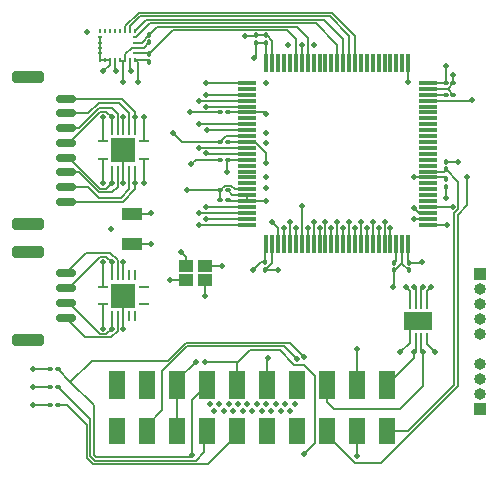
<source format=gbr>
%TF.GenerationSoftware,KiCad,Pcbnew,7.0.6*%
%TF.CreationDate,2023-09-15T14:04:58+02:00*%
%TF.ProjectId,V8,56382e6b-6963-4616-945f-706362585858,rev?*%
%TF.SameCoordinates,Original*%
%TF.FileFunction,Copper,L1,Top*%
%TF.FilePolarity,Positive*%
%FSLAX46Y46*%
G04 Gerber Fmt 4.6, Leading zero omitted, Abs format (unit mm)*
G04 Created by KiCad (PCBNEW 7.0.6) date 2023-09-15 14:04:58*
%MOMM*%
%LPD*%
G01*
G04 APERTURE LIST*
G04 Aperture macros list*
%AMRoundRect*
0 Rectangle with rounded corners*
0 $1 Rounding radius*
0 $2 $3 $4 $5 $6 $7 $8 $9 X,Y pos of 4 corners*
0 Add a 4 corners polygon primitive as box body*
4,1,4,$2,$3,$4,$5,$6,$7,$8,$9,$2,$3,0*
0 Add four circle primitives for the rounded corners*
1,1,$1+$1,$2,$3*
1,1,$1+$1,$4,$5*
1,1,$1+$1,$6,$7*
1,1,$1+$1,$8,$9*
0 Add four rect primitives between the rounded corners*
20,1,$1+$1,$2,$3,$4,$5,0*
20,1,$1+$1,$4,$5,$6,$7,0*
20,1,$1+$1,$6,$7,$8,$9,0*
20,1,$1+$1,$8,$9,$2,$3,0*%
G04 Aperture macros list end*
%TA.AperFunction,ComponentPad*%
%ADD10R,1.000000X1.000000*%
%TD*%
%TA.AperFunction,ComponentPad*%
%ADD11O,1.000000X1.000000*%
%TD*%
%TA.AperFunction,SMDPad,CuDef*%
%ADD12RoundRect,0.100000X0.130000X0.100000X-0.130000X0.100000X-0.130000X-0.100000X0.130000X-0.100000X0*%
%TD*%
%TA.AperFunction,SMDPad,CuDef*%
%ADD13RoundRect,0.100000X0.100000X-0.130000X0.100000X0.130000X-0.100000X0.130000X-0.100000X-0.130000X0*%
%TD*%
%TA.AperFunction,SMDPad,CuDef*%
%ADD14RoundRect,0.100000X-0.100000X0.130000X-0.100000X-0.130000X0.100000X-0.130000X0.100000X0.130000X0*%
%TD*%
%TA.AperFunction,SMDPad,CuDef*%
%ADD15R,0.850000X0.280000*%
%TD*%
%TA.AperFunction,SMDPad,CuDef*%
%ADD16R,0.280000X0.850000*%
%TD*%
%TA.AperFunction,SMDPad,CuDef*%
%ADD17R,2.050000X2.050000*%
%TD*%
%TA.AperFunction,SMDPad,CuDef*%
%ADD18RoundRect,0.100000X-0.130000X-0.100000X0.130000X-0.100000X0.130000X0.100000X-0.130000X0.100000X0*%
%TD*%
%TA.AperFunction,SMDPad,CuDef*%
%ADD19RoundRect,0.075000X-0.725000X-0.075000X0.725000X-0.075000X0.725000X0.075000X-0.725000X0.075000X0*%
%TD*%
%TA.AperFunction,SMDPad,CuDef*%
%ADD20RoundRect,0.075000X-0.075000X-0.725000X0.075000X-0.725000X0.075000X0.725000X-0.075000X0.725000X0*%
%TD*%
%TA.AperFunction,SMDPad,CuDef*%
%ADD21RoundRect,0.150000X-0.700000X0.150000X-0.700000X-0.150000X0.700000X-0.150000X0.700000X0.150000X0*%
%TD*%
%TA.AperFunction,SMDPad,CuDef*%
%ADD22RoundRect,0.250000X-1.100000X0.250000X-1.100000X-0.250000X1.100000X-0.250000X1.100000X0.250000X0*%
%TD*%
%TA.AperFunction,SMDPad,CuDef*%
%ADD23R,1.420010X2.340000*%
%TD*%
%TA.AperFunction,SMDPad,CuDef*%
%ADD24R,1.420010X2.240000*%
%TD*%
%TA.AperFunction,SMDPad,CuDef*%
%ADD25R,1.200000X1.000000*%
%TD*%
%TA.AperFunction,SMDPad,CuDef*%
%ADD26RoundRect,0.062500X-0.062500X0.362500X-0.062500X-0.362500X0.062500X-0.362500X0.062500X0.362500X0*%
%TD*%
%TA.AperFunction,SMDPad,CuDef*%
%ADD27R,2.380000X1.650000*%
%TD*%
%TA.AperFunction,SMDPad,CuDef*%
%ADD28R,1.800000X1.000000*%
%TD*%
%TA.AperFunction,SMDPad,CuDef*%
%ADD29R,0.230000X0.350000*%
%TD*%
%TA.AperFunction,SMDPad,CuDef*%
%ADD30R,0.350000X0.230000*%
%TD*%
%TA.AperFunction,ViaPad*%
%ADD31C,0.500000*%
%TD*%
%TA.AperFunction,Conductor*%
%ADD32C,0.200000*%
%TD*%
G04 APERTURE END LIST*
D10*
%TO.P,J8,1,Pin_1*%
%TO.N,DCap*%
X169300000Y-102590000D03*
D11*
%TO.P,J8,2,Pin_2*%
%TO.N,SWCLK*%
X169300000Y-103860000D03*
%TO.P,J8,3,Pin_3*%
%TO.N,OB GND*%
X169300000Y-105130000D03*
%TO.P,J8,4,Pin_4*%
%TO.N,SWDIO*%
X169300000Y-106400000D03*
%TO.P,J8,5,Pin_5*%
%TO.N,NRST*%
X169300000Y-107670000D03*
%TD*%
D12*
%TO.P,C23,1*%
%TO.N,DCap*%
X147920000Y-96300000D03*
%TO.P,C23,2*%
%TO.N,OB GND*%
X147280000Y-96300000D03*
%TD*%
D13*
%TO.P,C16,1*%
%TO.N,DCap*%
X151200000Y-83020000D03*
%TO.P,C16,2*%
%TO.N,OB GND*%
X151200000Y-82380000D03*
%TD*%
D12*
%TO.P,R15,1*%
%TO.N,OB S2_3v3*%
X133520000Y-112100000D03*
%TO.P,R15,2*%
%TO.N,DCap*%
X132880000Y-112100000D03*
%TD*%
%TO.P,C25,1*%
%TO.N,NRST*%
X147920000Y-92900000D03*
%TO.P,C25,2*%
%TO.N,OB GND*%
X147280000Y-92900000D03*
%TD*%
D14*
%TO.P,R17,1*%
%TO.N,DCap*%
X166400000Y-93080000D03*
%TO.P,R17,2*%
%TO.N,OB SDL*%
X166400000Y-93720000D03*
%TD*%
D15*
%TO.P,U4,1,OA*%
%TO.N,unconnected-(U4-OA-Pad1)*%
X140825000Y-103650000D03*
D16*
%TO.P,U4,2,-INA*%
%TO.N,unconnected-(U4--INA-Pad2)*%
X140100000Y-102675000D03*
%TO.P,U4,3,+INA*%
%TO.N,unconnected-(U4-+INA-Pad3)*%
X139600000Y-102675000D03*
%TO.P,U4,4,V+*%
%TO.N,DCap*%
X139100000Y-102675000D03*
%TO.P,U4,5,+INB*%
%TO.N,6+*%
X138600000Y-102675000D03*
%TO.P,U4,6,-INB*%
%TO.N,6-*%
X138100000Y-102675000D03*
D15*
%TO.P,U4,7,OB*%
%TO.N,OPA6*%
X137375000Y-103650000D03*
%TO.P,U4,8,OC*%
%TO.N,OPA5*%
X137375000Y-105150000D03*
D16*
%TO.P,U4,9,-INC*%
%TO.N,5-*%
X138100000Y-106125000D03*
%TO.P,U4,10,+INC*%
%TO.N,5+*%
X138600000Y-106125000D03*
%TO.P,U4,11,V-*%
%TO.N,OB GND*%
X139100000Y-106125000D03*
%TO.P,U4,12,+IND*%
%TO.N,unconnected-(U4-+IND-Pad12)*%
X139600000Y-106125000D03*
%TO.P,U4,13,-IND*%
%TO.N,unconnected-(U4--IND-Pad13)*%
X140100000Y-106125000D03*
D15*
%TO.P,U4,14,OD*%
%TO.N,unconnected-(U4-OD-Pad14)*%
X140825000Y-105150000D03*
D17*
%TO.P,U4,15,PAD*%
%TO.N,OB GND*%
X139100000Y-104400000D03*
%TD*%
D18*
%TO.P,C28,1*%
%TO.N,Net-(C28-Pad1)*%
X166380000Y-87400000D03*
%TO.P,C28,2*%
%TO.N,OB GND*%
X167020000Y-87400000D03*
%TD*%
D19*
%TO.P,U1,1,PE2*%
%TO.N,SPI SCK*%
X149525000Y-86400000D03*
%TO.P,U1,2,PE3*%
%TO.N,unconnected-(U1-PE3-Pad2)*%
X149525000Y-86900000D03*
%TO.P,U1,3,PE4*%
%TO.N,SPI NSS*%
X149525000Y-87400000D03*
%TO.P,U1,4,PE5*%
%TO.N,SPI MISO*%
X149525000Y-87900000D03*
%TO.P,U1,5,PE6*%
%TO.N,SPI MOSI*%
X149525000Y-88400000D03*
%TO.P,U1,6,VBAT*%
%TO.N,DCap*%
X149525000Y-88900000D03*
%TO.P,U1,7,PC13*%
%TO.N,unconnected-(U1-PC13-Pad7)*%
X149525000Y-89400000D03*
%TO.P,U1,8,PC14*%
%TO.N,OSC32_IN*%
X149525000Y-89900000D03*
%TO.P,U1,9,PC15*%
%TO.N,OSC32_OUT*%
X149525000Y-90400000D03*
%TO.P,U1,10,VSS*%
%TO.N,OB GND*%
X149525000Y-90900000D03*
%TO.P,U1,11,VDD*%
%TO.N,DCap*%
X149525000Y-91400000D03*
%TO.P,U1,12,PH0*%
%TO.N,OSC_IN*%
X149525000Y-91900000D03*
%TO.P,U1,13,PH1*%
%TO.N,OSC_OUT*%
X149525000Y-92400000D03*
%TO.P,U1,14,NRST*%
%TO.N,NRST*%
X149525000Y-92900000D03*
%TO.P,U1,15,PC0*%
%TO.N,unconnected-(U1-PC0-Pad15)*%
X149525000Y-93400000D03*
%TO.P,U1,16,PC1*%
%TO.N,unconnected-(U1-PC1-Pad16)*%
X149525000Y-93900000D03*
%TO.P,U1,17,PC2_C*%
%TO.N,unconnected-(U1-PC2_C-Pad17)*%
X149525000Y-94400000D03*
%TO.P,U1,18,PC3_C*%
%TO.N,unconnected-(U1-PC3_C-Pad18)*%
X149525000Y-94900000D03*
%TO.P,U1,19,VSSA*%
%TO.N,OB GND*%
X149525000Y-95400000D03*
%TO.P,U1,20,VREF+*%
%TO.N,DCap*%
X149525000Y-95900000D03*
%TO.P,U1,21,VDDA*%
X149525000Y-96400000D03*
%TO.P,U1,22,PA0*%
%TO.N,OPA1*%
X149525000Y-96900000D03*
%TO.P,U1,23,PA1*%
%TO.N,OPA2*%
X149525000Y-97400000D03*
%TO.P,U1,24,PA2*%
%TO.N,OPA3*%
X149525000Y-97900000D03*
%TO.P,U1,25,PA3*%
%TO.N,OPA4*%
X149525000Y-98400000D03*
D20*
%TO.P,U1,26,VSS*%
%TO.N,OB GND*%
X151200000Y-100075000D03*
%TO.P,U1,27,VDD*%
%TO.N,DCap*%
X151700000Y-100075000D03*
%TO.P,U1,28,PA4*%
%TO.N,OPA6*%
X152200000Y-100075000D03*
%TO.P,U1,29,PA5*%
%TO.N,OPA5*%
X152700000Y-100075000D03*
%TO.P,U1,30,PA6*%
%TO.N,C01*%
X153200000Y-100075000D03*
%TO.P,U1,31,PA7*%
%TO.N,C03*%
X153700000Y-100075000D03*
%TO.P,U1,32,PC4*%
%TO.N,C05*%
X154200000Y-100075000D03*
%TO.P,U1,33,PC5*%
%TO.N,C07*%
X154700000Y-100075000D03*
%TO.P,U1,34,PB0*%
%TO.N,C09*%
X155200000Y-100075000D03*
%TO.P,U1,35,PB1*%
%TO.N,D09*%
X155700000Y-100075000D03*
%TO.P,U1,36,PB2*%
%TO.N,D07*%
X156200000Y-100075000D03*
%TO.P,U1,37,PE7*%
%TO.N,D05*%
X156700000Y-100075000D03*
%TO.P,U1,38,PE8*%
%TO.N,D03*%
X157200000Y-100075000D03*
%TO.P,U1,39,PE9*%
%TO.N,D01*%
X157700000Y-100075000D03*
%TO.P,U1,40,PE10*%
%TO.N,B08*%
X158200000Y-100075000D03*
%TO.P,U1,41,PE11*%
%TO.N,B06*%
X158700000Y-100075000D03*
%TO.P,U1,42,PE12*%
%TO.N,B04*%
X159200000Y-100075000D03*
%TO.P,U1,43,PE13*%
%TO.N,B02*%
X159700000Y-100075000D03*
%TO.P,U1,44,PE14*%
%TO.N,A02*%
X160200000Y-100075000D03*
%TO.P,U1,45,PE15*%
%TO.N,A04*%
X160700000Y-100075000D03*
%TO.P,U1,46,PB10*%
%TO.N,A06*%
X161200000Y-100075000D03*
%TO.P,U1,47,PB11*%
%TO.N,A08*%
X161700000Y-100075000D03*
%TO.P,U1,48,VCAP*%
%TO.N,Net-(C27-Pad1)*%
X162200000Y-100075000D03*
%TO.P,U1,49,VSS*%
%TO.N,OB GND*%
X162700000Y-100075000D03*
%TO.P,U1,50,VDD*%
%TO.N,DCap*%
X163200000Y-100075000D03*
D19*
%TO.P,U1,51,PB12*%
%TO.N,RS 485 RE*%
X164875000Y-98400000D03*
%TO.P,U1,52,PB13*%
%TO.N,RS 485 DE*%
X164875000Y-97900000D03*
%TO.P,U1,53,PB14*%
%TO.N,USART TX*%
X164875000Y-97400000D03*
%TO.P,U1,54,PB15*%
%TO.N,USART RX*%
X164875000Y-96900000D03*
%TO.P,U1,55,PD8*%
%TO.N,unconnected-(U1-PD8-Pad55)*%
X164875000Y-96400000D03*
%TO.P,U1,56,PD9*%
%TO.N,unconnected-(U1-PD9-Pad56)*%
X164875000Y-95900000D03*
%TO.P,U1,57,PD10*%
%TO.N,unconnected-(U1-PD10-Pad57)*%
X164875000Y-95400000D03*
%TO.P,U1,58,PD11*%
%TO.N,unconnected-(U1-PD11-Pad58)*%
X164875000Y-94900000D03*
%TO.P,U1,59,PD12*%
%TO.N,OB SCK*%
X164875000Y-94400000D03*
%TO.P,U1,60,PD13*%
%TO.N,OB SDL*%
X164875000Y-93900000D03*
%TO.P,U1,61,PD14*%
%TO.N,unconnected-(U1-PD14-Pad61)*%
X164875000Y-93400000D03*
%TO.P,U1,62,PD15*%
%TO.N,unconnected-(U1-PD15-Pad62)*%
X164875000Y-92900000D03*
%TO.P,U1,63,PC6*%
%TO.N,unconnected-(U1-PC6-Pad63)*%
X164875000Y-92400000D03*
%TO.P,U1,64,PC7*%
%TO.N,unconnected-(U1-PC7-Pad64)*%
X164875000Y-91900000D03*
%TO.P,U1,65,PC8*%
%TO.N,unconnected-(U1-PC8-Pad65)*%
X164875000Y-91400000D03*
%TO.P,U1,66,PC9*%
%TO.N,unconnected-(U1-PC9-Pad66)*%
X164875000Y-90900000D03*
%TO.P,U1,67,PA8*%
%TO.N,OBS PPS*%
X164875000Y-90400000D03*
%TO.P,U1,68,PA9*%
%TO.N,unconnected-(U1-PA9-Pad68)*%
X164875000Y-89900000D03*
%TO.P,U1,69,PA10*%
%TO.N,unconnected-(U1-PA10-Pad69)*%
X164875000Y-89400000D03*
%TO.P,U1,70,PA11*%
%TO.N,unconnected-(U1-PA11-Pad70)*%
X164875000Y-88900000D03*
%TO.P,U1,71,PA12*%
%TO.N,unconnected-(U1-PA12-Pad71)*%
X164875000Y-88400000D03*
%TO.P,U1,72,PA13(JTMS*%
%TO.N,SWDIO*%
X164875000Y-87900000D03*
%TO.P,U1,73,VCAP*%
%TO.N,Net-(C28-Pad1)*%
X164875000Y-87400000D03*
%TO.P,U1,74,VSS*%
%TO.N,OB GND*%
X164875000Y-86900000D03*
%TO.P,U1,75,VDD*%
%TO.N,DCap*%
X164875000Y-86400000D03*
D20*
%TO.P,U1,76,PA14(JTCK*%
%TO.N,SWCLK*%
X163200000Y-84725000D03*
%TO.P,U1,77,PA15(JTDI)*%
%TO.N,unconnected-(U1-PA15(JTDI)-Pad77)*%
X162700000Y-84725000D03*
%TO.P,U1,78,PC10*%
%TO.N,unconnected-(U1-PC10-Pad78)*%
X162200000Y-84725000D03*
%TO.P,U1,79,PC11*%
%TO.N,unconnected-(U1-PC11-Pad79)*%
X161700000Y-84725000D03*
%TO.P,U1,80,PC12*%
%TO.N,unconnected-(U1-PC12-Pad80)*%
X161200000Y-84725000D03*
%TO.P,U1,81,PD0*%
%TO.N,unconnected-(U1-PD0-Pad81)*%
X160700000Y-84725000D03*
%TO.P,U1,82,PD1*%
%TO.N,unconnected-(U1-PD1-Pad82)*%
X160200000Y-84725000D03*
%TO.P,U1,83,PD2*%
%TO.N,unconnected-(U1-PD2-Pad83)*%
X159700000Y-84725000D03*
%TO.P,U1,84,PD3*%
%TO.N,unconnected-(U1-PD3-Pad84)*%
X159200000Y-84725000D03*
%TO.P,U1,85,PD4*%
%TO.N,CSM*%
X158700000Y-84725000D03*
%TO.P,U1,86,PD5*%
%TO.N,CSAG*%
X158200000Y-84725000D03*
%TO.P,U1,87,PD6*%
%TO.N,SAOM*%
X157700000Y-84725000D03*
%TO.P,U1,88,PD7*%
%TO.N,SAOG*%
X157200000Y-84725000D03*
%TO.P,U1,89,PB3(JTDO*%
%TO.N,unconnected-(U1-PB3(JTDO-Pad89)*%
X156700000Y-84725000D03*
%TO.P,U1,90,PB4(NJTRST)*%
%TO.N,unconnected-(U1-PB4(NJTRST)-Pad90)*%
X156200000Y-84725000D03*
%TO.P,U1,91,PB5*%
%TO.N,unconnected-(U1-PB5-Pad91)*%
X155700000Y-84725000D03*
%TO.P,U1,92,PB6*%
%TO.N,unconnected-(U1-PB6-Pad92)*%
X155200000Y-84725000D03*
%TO.P,U1,93,PB7*%
%TO.N,SDA*%
X154700000Y-84725000D03*
%TO.P,U1,94,BOOT0*%
%TO.N,BOOT*%
X154200000Y-84725000D03*
%TO.P,U1,95,PB8*%
%TO.N,SCL*%
X153700000Y-84725000D03*
%TO.P,U1,96,PB9*%
%TO.N,unconnected-(U1-PB9-Pad96)*%
X153200000Y-84725000D03*
%TO.P,U1,97,PE0*%
%TO.N,unconnected-(U1-PE0-Pad97)*%
X152700000Y-84725000D03*
%TO.P,U1,98,PE1*%
%TO.N,unconnected-(U1-PE1-Pad98)*%
X152200000Y-84725000D03*
%TO.P,U1,99,VSS*%
%TO.N,OB GND*%
X151700000Y-84725000D03*
%TO.P,U1,100,VDD*%
%TO.N,DCap*%
X151200000Y-84725000D03*
%TD*%
D18*
%TO.P,R14,1*%
%TO.N,DCap*%
X132880000Y-113700000D03*
%TO.P,R14,2*%
%TO.N,OB S1_3v3*%
X133520000Y-113700000D03*
%TD*%
%TO.P,C21,1*%
%TO.N,DCap*%
X166380000Y-86400000D03*
%TO.P,C21,2*%
%TO.N,OB GND*%
X167020000Y-86400000D03*
%TD*%
D21*
%TO.P,J4,1,Pin_1*%
%TO.N,6+*%
X134200000Y-102525000D03*
%TO.P,J4,2,Pin_2*%
%TO.N,6-*%
X134200000Y-103775000D03*
%TO.P,J4,3,Pin_3*%
%TO.N,5-*%
X134200000Y-105025000D03*
%TO.P,J4,4,Pin_4*%
%TO.N,5+*%
X134200000Y-106275000D03*
D22*
%TO.P,J4,MP,MountPin*%
%TO.N,unconnected-(J4-MountPin-PadMP)*%
X131000000Y-100675000D03*
X131000000Y-108125000D03*
%TD*%
D12*
%TO.P,C17,1*%
%TO.N,DCap*%
X147920000Y-88900000D03*
%TO.P,C17,2*%
%TO.N,OB GND*%
X147280000Y-88900000D03*
%TD*%
D10*
%TO.P,J2,1,Pin_1*%
%TO.N,DCap*%
X169300000Y-114000000D03*
D11*
%TO.P,J2,2,Pin_2*%
%TO.N,OB GND*%
X169300000Y-112730000D03*
%TO.P,J2,3,Pin_3*%
%TO.N,USART TX*%
X169300000Y-111460000D03*
%TO.P,J2,4,Pin_4*%
%TO.N,USART RX*%
X169300000Y-110190000D03*
%TD*%
D13*
%TO.P,C19,1*%
%TO.N,DCap*%
X151100000Y-102220000D03*
%TO.P,C19,2*%
%TO.N,OB GND*%
X151100000Y-101580000D03*
%TD*%
D23*
%TO.P,J5,1,Pin_1*%
%TO.N,OB SDA*%
X161420000Y-111970000D03*
%TO.P,J5,2,Pin_2*%
%TO.N,OB GND*%
X158880000Y-111970000D03*
%TO.P,J5,3,Pin_3*%
%TO.N,OB SDB*%
X156340000Y-111970000D03*
%TO.P,J5,4,Pin_4*%
%TO.N,unconnected-(J5-Pin_4-Pad4)*%
X153800000Y-111970000D03*
%TO.P,J5,5,Pin_5*%
%TO.N,OB VBat*%
X151260000Y-111970000D03*
%TO.P,J5,6,Pin_6*%
%TO.N,OB 5v*%
X148720000Y-111970000D03*
%TO.P,J5,7,Pin_7*%
%TO.N,OB 3v3*%
X146180000Y-111970000D03*
%TO.P,J5,8,Pin_8*%
%TO.N,OB GND*%
X143640000Y-111970000D03*
%TO.P,J5,9,Pin_9*%
%TO.N,unconnected-(J5-Pin_9-Pad9)*%
X141100000Y-111970000D03*
%TO.P,J5,10,Pin_10*%
%TO.N,unconnected-(J5-Pin_10-Pad10)*%
X138560000Y-111970000D03*
D24*
%TO.P,J5,11,Pin_11*%
%TO.N,OB SDL*%
X161420000Y-115831000D03*
%TO.P,J5,12,Pin_12*%
%TO.N,OB GND*%
X158880000Y-115831000D03*
%TO.P,J5,13,Pin_13*%
%TO.N,OB SCK*%
X156340000Y-115831000D03*
%TO.P,J5,14,Pin_14*%
%TO.N,OB S1_5v*%
X153800000Y-115831000D03*
%TO.P,J5,15,Pin_15*%
%TO.N,OB S2_5v*%
X151260000Y-115831000D03*
%TO.P,J5,16,Pin_16*%
%TO.N,OB S1_3v3*%
X148720000Y-115831000D03*
%TO.P,J5,17,Pin_17*%
%TO.N,OB S2_3v3*%
X146180000Y-115831000D03*
%TO.P,J5,18,Pin_18*%
%TO.N,OB GND*%
X143640000Y-115831000D03*
%TO.P,J5,19,Pin_19*%
%TO.N,OB PPS*%
X141100000Y-115831000D03*
%TO.P,J5,20,Pin_20*%
%TO.N,unconnected-(J5-Pin_20-Pad20)*%
X138560000Y-115831000D03*
%TD*%
D12*
%TO.P,C24,1*%
%TO.N,DCap*%
X147920000Y-95500000D03*
%TO.P,C24,2*%
%TO.N,OB GND*%
X147280000Y-95500000D03*
%TD*%
D13*
%TO.P,R19,1*%
%TO.N,DCap*%
X141300000Y-82965000D03*
%TO.P,R19,2*%
%TO.N,SDA*%
X141300000Y-82325000D03*
%TD*%
D12*
%TO.P,C18,1*%
%TO.N,DCap*%
X147920000Y-91400000D03*
%TO.P,C18,2*%
%TO.N,OB GND*%
X147280000Y-91400000D03*
%TD*%
D25*
%TO.P,Y1,1,1*%
%TO.N,OSC_IN*%
X144400000Y-103100000D03*
%TO.P,Y1,2,2*%
%TO.N,OB GND*%
X146000000Y-103100000D03*
%TO.P,Y1,3,3*%
%TO.N,OSC_OUT*%
X146000000Y-101900000D03*
%TO.P,Y1,4,4*%
%TO.N,OB GND*%
X144400000Y-101900000D03*
%TD*%
D14*
%TO.P,C20,1*%
%TO.N,DCap*%
X163250000Y-101635000D03*
%TO.P,C20,2*%
%TO.N,OB GND*%
X163250000Y-102275000D03*
%TD*%
D26*
%TO.P,U5,1,RO*%
%TO.N,USART RX*%
X164825000Y-105080000D03*
%TO.P,U5,2,~{RE}*%
%TO.N,RS 485 RE*%
X164325000Y-105080000D03*
%TO.P,U5,3,DE*%
%TO.N,RS 485 DE*%
X163825000Y-105080000D03*
%TO.P,U5,4,DI*%
%TO.N,USART TX*%
X163325000Y-105080000D03*
%TO.P,U5,5,GND*%
%TO.N,OB GND*%
X163325000Y-107980000D03*
%TO.P,U5,6,A*%
%TO.N,OB SDA*%
X163825000Y-107980000D03*
%TO.P,U5,7,B*%
%TO.N,OB SDB*%
X164325000Y-107980000D03*
%TO.P,U5,8,VCC*%
%TO.N,DCap*%
X164825000Y-107980000D03*
D27*
%TO.P,U5,9,GND*%
%TO.N,OB GND*%
X164075000Y-106530000D03*
%TD*%
D15*
%TO.P,U3,1,OA*%
%TO.N,OPA1*%
X140825000Y-91350000D03*
D16*
%TO.P,U3,2,-INA*%
%TO.N,1-*%
X140100000Y-90375000D03*
%TO.P,U3,3,+INA*%
%TO.N,1+*%
X139600000Y-90375000D03*
%TO.P,U3,4,V+*%
%TO.N,DCap*%
X139100000Y-90375000D03*
%TO.P,U3,5,+INB*%
%TO.N,2+*%
X138600000Y-90375000D03*
%TO.P,U3,6,-INB*%
%TO.N,2-*%
X138100000Y-90375000D03*
D15*
%TO.P,U3,7,OB*%
%TO.N,OPA2*%
X137375000Y-91350000D03*
%TO.P,U3,8,OC*%
%TO.N,OPA3*%
X137375000Y-92850000D03*
D16*
%TO.P,U3,9,-INC*%
%TO.N,3-*%
X138100000Y-93825000D03*
%TO.P,U3,10,+INC*%
%TO.N,3+*%
X138600000Y-93825000D03*
%TO.P,U3,11,V-*%
%TO.N,OB GND*%
X139100000Y-93825000D03*
%TO.P,U3,12,+IND*%
%TO.N,4+*%
X139600000Y-93825000D03*
%TO.P,U3,13,-IND*%
%TO.N,4-*%
X140100000Y-93825000D03*
D15*
%TO.P,U3,14,OD*%
%TO.N,OPA4*%
X140825000Y-92850000D03*
D17*
%TO.P,U3,15,PAD*%
%TO.N,OB GND*%
X139100000Y-92100000D03*
%TD*%
D13*
%TO.P,C22,1*%
%TO.N,DCap*%
X150300000Y-83020000D03*
%TO.P,C22,2*%
%TO.N,OB GND*%
X150300000Y-82380000D03*
%TD*%
D21*
%TO.P,J3,1,Pin_1*%
%TO.N,1-*%
X134200000Y-87725000D03*
%TO.P,J3,2,Pin_2*%
%TO.N,1+*%
X134200000Y-88975000D03*
%TO.P,J3,3,Pin_3*%
%TO.N,2+*%
X134200000Y-90225000D03*
%TO.P,J3,4,Pin_4*%
%TO.N,2-*%
X134200000Y-91475000D03*
%TO.P,J3,5,Pin_5*%
%TO.N,3-*%
X134200000Y-92725000D03*
%TO.P,J3,6,Pin_6*%
%TO.N,3+*%
X134200000Y-93975000D03*
%TO.P,J3,7,Pin_7*%
%TO.N,4+*%
X134200000Y-95225000D03*
%TO.P,J3,8,Pin_8*%
%TO.N,4-*%
X134200000Y-96475000D03*
D22*
%TO.P,J3,MP,MountPin*%
%TO.N,unconnected-(J3-MountPin-PadMP)*%
X131000000Y-85875000D03*
X131000000Y-98325000D03*
%TD*%
D28*
%TO.P,Y2,1,1*%
%TO.N,OSC32_IN*%
X139797500Y-97500000D03*
%TO.P,Y2,2,2*%
%TO.N,OSC32_OUT*%
X139797500Y-100000000D03*
%TD*%
D13*
%TO.P,R20,1*%
%TO.N,DCap*%
X141300000Y-84590000D03*
%TO.P,R20,2*%
%TO.N,SCL*%
X141300000Y-83950000D03*
%TD*%
D29*
%TO.P,U2,1,VDDIO*%
%TO.N,DCap*%
X140105000Y-84415000D03*
D30*
%TO.P,U2,2,SCL/SPC*%
%TO.N,SCL*%
X140075000Y-83835000D03*
%TO.P,U2,3,VDDIO*%
%TO.N,DCap*%
X140075000Y-83405000D03*
%TO.P,U2,4,SDA/SDI/SDO*%
%TO.N,SDA*%
X140075000Y-82975000D03*
%TO.P,U2,5,SDO_A/G*%
%TO.N,SAOG*%
X140075000Y-82545000D03*
D29*
%TO.P,U2,6,SDO_M*%
%TO.N,SAOM*%
X140105000Y-81965000D03*
%TO.P,U2,7,CS_A/G*%
%TO.N,CSAG*%
X139675000Y-81965000D03*
%TO.P,U2,8,CS_M*%
%TO.N,CSM*%
X139245000Y-81965000D03*
%TO.P,U2,9,DRDY_M*%
%TO.N,unconnected-(U2-DRDY_M-Pad9)*%
X138815000Y-81965000D03*
%TO.P,U2,10,INT_M*%
%TO.N,unconnected-(U2-INT_M-Pad10)*%
X138385000Y-81965000D03*
%TO.P,U2,11,INT1_A/G*%
%TO.N,unconnected-(U2-INT1_A{slash}G-Pad11)*%
X137955000Y-81965000D03*
%TO.P,U2,12,INT2_A/G*%
%TO.N,unconnected-(U2-INT2_A{slash}G-Pad12)*%
X137525000Y-81965000D03*
%TO.P,U2,13,DEN_A/G*%
%TO.N,unconnected-(U2-DEN_A{slash}G-Pad13)*%
X137095000Y-81965000D03*
D30*
%TO.P,U2,14,RES*%
%TO.N,OB GND*%
X137125000Y-82545000D03*
%TO.P,U2,15,RES*%
X137125000Y-82975000D03*
%TO.P,U2,16,RES*%
X137125000Y-83405000D03*
%TO.P,U2,17,RES*%
X137125000Y-83835000D03*
D29*
%TO.P,U2,18,RES*%
X137095000Y-84415000D03*
%TO.P,U2,19,GND*%
X137525000Y-84415000D03*
%TO.P,U2,20,GND*%
X137955000Y-84415000D03*
%TO.P,U2,21,CAP*%
%TO.N,Net-(U2-CAP)*%
X138385000Y-84415000D03*
%TO.P,U2,22,VDD*%
%TO.N,DCap*%
X138815000Y-84415000D03*
%TO.P,U2,23,VDD*%
X139245000Y-84415000D03*
%TO.P,U2,24,C1*%
%TO.N,Net-(U2-C1)*%
X139675000Y-84415000D03*
%TD*%
D12*
%TO.P,R13,1*%
%TO.N,OB 3v3*%
X133520000Y-110600000D03*
%TO.P,R13,2*%
%TO.N,DCap*%
X132880000Y-110600000D03*
%TD*%
D14*
%TO.P,C27,1*%
%TO.N,Net-(C27-Pad1)*%
X162000000Y-101635000D03*
%TO.P,C27,2*%
%TO.N,OB GND*%
X162000000Y-102275000D03*
%TD*%
D13*
%TO.P,R16,1*%
%TO.N,DCap*%
X166400000Y-95200000D03*
%TO.P,R16,2*%
%TO.N,OB SCK*%
X166400000Y-94560000D03*
%TD*%
D31*
%TO.N,OB VBat*%
X151300000Y-109700000D03*
%TO.N,OPA1*%
X140800000Y-89300000D03*
X146100000Y-96900000D03*
%TO.N,1-*%
X140100000Y-89300000D03*
%TO.N,2-*%
X138100000Y-89300000D03*
%TO.N,OPA2*%
X145500000Y-97414069D03*
X137400000Y-89300000D03*
%TO.N,3-*%
X138100000Y-94900000D03*
%TO.N,OPA3*%
X146100000Y-97900000D03*
X137400000Y-94900000D03*
%TO.N,OPA4*%
X145500000Y-98400000D03*
X140800000Y-94900000D03*
%TO.N,4-*%
X140100000Y-94900000D03*
%TO.N,OPA5*%
X137400000Y-107200000D03*
X152700000Y-98700000D03*
%TO.N,5-*%
X138100000Y-107200000D03*
%TO.N,OPA6*%
X137400000Y-101600000D03*
X151650000Y-98150000D03*
%TO.N,6-*%
X138100000Y-101600000D03*
%TO.N,OB GND*%
X161900000Y-103700000D03*
X139100000Y-107200000D03*
X137400000Y-85400000D03*
X158880000Y-118000000D03*
X149400000Y-82400000D03*
X153050000Y-83200000D03*
X139100000Y-94900000D03*
X158900000Y-108900000D03*
X162550000Y-109180000D03*
X167020000Y-85700000D03*
X150100000Y-102200000D03*
X144500000Y-95500000D03*
X145200000Y-110005566D03*
X146000000Y-104400000D03*
X144000000Y-100700500D03*
X144750000Y-88900000D03*
X151150000Y-90600000D03*
X151150000Y-86425000D03*
X144800000Y-93300000D03*
X138052500Y-98750000D03*
X143300000Y-90650000D03*
%TO.N,Net-(U2-C1)*%
X139700000Y-85400000D03*
%TO.N,OSC_IN*%
X145500000Y-91900000D03*
X143000000Y-103100000D03*
%TO.N,OSC_OUT*%
X147400000Y-101900000D03*
X146100000Y-92349500D03*
%TO.N,OSC32_IN*%
X141452500Y-97450000D03*
X145500000Y-89900000D03*
%TO.N,Net-(U2-CAP)*%
X138437209Y-85408567D03*
%TO.N,OSC32_OUT*%
X146150500Y-90400000D03*
X141452500Y-100050000D03*
%TO.N,NRST*%
X147900000Y-93900000D03*
%TO.N,SPI NSS*%
X151150000Y-95300000D03*
X146100000Y-87400000D03*
%TO.N,SPI MOSI*%
X146100000Y-88400000D03*
%TO.N,SPI SCK*%
X146100000Y-86400000D03*
X151150000Y-91491144D03*
%TO.N,SPI MISO*%
X145500000Y-87900000D03*
%TO.N,OB SDA*%
X163725000Y-109180000D03*
%TO.N,OB SDB*%
X164425000Y-109180000D03*
%TO.N,OB SCK*%
X163700000Y-94400000D03*
X168200000Y-94400000D03*
%TO.N,OB PPS*%
X153600000Y-113600000D03*
X153750000Y-109800000D03*
%TO.N,USART RX*%
X165125000Y-103680000D03*
X167000000Y-96900000D03*
%TO.N,RS 485 RE*%
X164425000Y-103680000D03*
X166500000Y-98400000D03*
%TO.N,RS 485 DE*%
X163700000Y-97900000D03*
X163725000Y-103680000D03*
%TO.N,USART TX*%
X163700000Y-96950000D03*
X163025000Y-103680000D03*
%TO.N,DCap*%
X139100000Y-89300000D03*
X165500000Y-109180000D03*
X131400000Y-110600000D03*
X151150000Y-94350000D03*
X155250000Y-83200000D03*
X150150000Y-84250000D03*
X139100000Y-101600000D03*
X164400000Y-101600000D03*
X139050000Y-86350000D03*
X151150000Y-89000000D03*
X136000000Y-82100000D03*
X131400000Y-113700000D03*
X166400000Y-85000000D03*
X140299383Y-86350000D03*
X151142845Y-93157155D03*
X152200000Y-102250000D03*
X151150000Y-96400000D03*
X166400000Y-96150000D03*
X131400000Y-112100000D03*
X167450000Y-93100000D03*
%TO.N,OB 3v3*%
X154375354Y-109574647D03*
X144900000Y-117900000D03*
%TO.N,A02*%
X153200000Y-114200000D03*
X160200000Y-98200000D03*
%TO.N,A04*%
X160700000Y-98700000D03*
X152400000Y-114200000D03*
%TO.N,A06*%
X151600000Y-114200000D03*
X161200000Y-98200000D03*
%TO.N,A08*%
X150800000Y-114200000D03*
X161700000Y-98700000D03*
%TO.N,B02*%
X152800000Y-113600000D03*
X159700000Y-98700000D03*
%TO.N,B04*%
X152000000Y-113600000D03*
X159200000Y-98200000D03*
%TO.N,B06*%
X151200000Y-113600000D03*
X158700000Y-98700000D03*
%TO.N,B08*%
X150400000Y-113600000D03*
X158200000Y-98200000D03*
%TO.N,C01*%
X150000000Y-114200000D03*
X153200000Y-98200000D03*
%TO.N,C03*%
X153700000Y-98700000D03*
X149200000Y-114200000D03*
%TO.N,C05*%
X148400000Y-114200000D03*
X154200000Y-96800000D03*
%TO.N,C07*%
X147600000Y-114200000D03*
X154700000Y-98700000D03*
%TO.N,C09*%
X155200000Y-98200000D03*
X146800000Y-114200000D03*
%TO.N,D01*%
X157700000Y-98700000D03*
X149600000Y-113600000D03*
%TO.N,D03*%
X157200000Y-98200000D03*
X148800000Y-113600000D03*
%TO.N,D05*%
X148000000Y-113600000D03*
X156700000Y-98700000D03*
%TO.N,D07*%
X147200000Y-113600000D03*
X156200000Y-98200000D03*
%TO.N,D09*%
X155700000Y-98700000D03*
X146400000Y-113600000D03*
%TO.N,SWCLK*%
X163200000Y-86300000D03*
%TO.N,SWDIO*%
X168650000Y-87850000D03*
%TO.N,BOOT*%
X154182155Y-83217845D03*
%TO.N,OB 5v*%
X154400000Y-117800000D03*
X146000000Y-110005566D03*
%TD*%
D32*
%TO.N,OB VBat*%
X151260000Y-109740000D02*
X151300000Y-109700000D01*
X151260000Y-111970000D02*
X151260000Y-109740000D01*
%TO.N,OPA1*%
X140825000Y-89325000D02*
X140800000Y-89300000D01*
X146100000Y-96900000D02*
X149525000Y-96900000D01*
X140825000Y-91350000D02*
X140825000Y-89325000D01*
%TO.N,1-*%
X140100000Y-88850000D02*
X138975000Y-87725000D01*
X140100000Y-89300000D02*
X140100000Y-88850000D01*
X138975000Y-87725000D02*
X134200000Y-87725000D01*
X140100000Y-90375000D02*
X140100000Y-89300000D01*
%TO.N,2-*%
X138100000Y-89300000D02*
X137650000Y-88850000D01*
X134525000Y-91475000D02*
X134200000Y-91475000D01*
X137650000Y-88850000D02*
X137150000Y-88850000D01*
X138100000Y-90375000D02*
X138100000Y-89300000D01*
X137150000Y-88850000D02*
X134525000Y-91475000D01*
%TO.N,OPA2*%
X137375000Y-89325000D02*
X137400000Y-89300000D01*
X145500000Y-97414069D02*
X145514069Y-97400000D01*
X145514069Y-97400000D02*
X149525000Y-97400000D01*
X137375000Y-91350000D02*
X137375000Y-89325000D01*
%TO.N,3-*%
X137150000Y-95350000D02*
X134525000Y-92725000D01*
X138100000Y-93825000D02*
X138100000Y-94900000D01*
X137650000Y-95350000D02*
X137150000Y-95350000D01*
X134525000Y-92725000D02*
X134200000Y-92725000D01*
X138100000Y-94900000D02*
X137650000Y-95350000D01*
%TO.N,OPA3*%
X137375000Y-94875000D02*
X137400000Y-94900000D01*
X137375000Y-92850000D02*
X137375000Y-94875000D01*
X146100000Y-97900000D02*
X149525000Y-97900000D01*
%TO.N,OPA4*%
X145500000Y-98400000D02*
X149525000Y-98400000D01*
X140825000Y-94875000D02*
X140800000Y-94900000D01*
X140825000Y-92850000D02*
X140825000Y-94875000D01*
%TO.N,4-*%
X140100000Y-95400000D02*
X139025000Y-96475000D01*
X139025000Y-96475000D02*
X134200000Y-96475000D01*
X140100000Y-94900000D02*
X140100000Y-95400000D01*
X140100000Y-93825000D02*
X140100000Y-94900000D01*
%TO.N,OPA5*%
X152700000Y-98700000D02*
X152700000Y-100075000D01*
X137375000Y-105150000D02*
X137375000Y-107175000D01*
X137375000Y-107175000D02*
X137400000Y-107200000D01*
%TO.N,5-*%
X137650000Y-107650000D02*
X137150000Y-107650000D01*
X134525000Y-105025000D02*
X134200000Y-105025000D01*
X137150000Y-107650000D02*
X134525000Y-105025000D01*
X138100000Y-107200000D02*
X137650000Y-107650000D01*
X138100000Y-106125000D02*
X138100000Y-107200000D01*
%TO.N,OPA6*%
X137375000Y-103650000D02*
X137375000Y-101625000D01*
X137375000Y-101625000D02*
X137400000Y-101600000D01*
X152200000Y-98700000D02*
X152200000Y-100075000D01*
X151650000Y-98150000D02*
X152200000Y-98700000D01*
%TO.N,6-*%
X134525000Y-103775000D02*
X134200000Y-103775000D01*
X137650000Y-101150000D02*
X137150000Y-101150000D01*
X138100000Y-102675000D02*
X138100000Y-101600000D01*
X137150000Y-101150000D02*
X134525000Y-103775000D01*
X138100000Y-101600000D02*
X137650000Y-101150000D01*
%TO.N,OB GND*%
X145200000Y-92900000D02*
X147280000Y-92900000D01*
X162700000Y-100075000D02*
X162700000Y-101659264D01*
X143640000Y-111970000D02*
X143640000Y-111565566D01*
X137955000Y-84415000D02*
X137525000Y-84415000D01*
X139100000Y-93825000D02*
X139100000Y-94900000D01*
X139100000Y-106125000D02*
X139100000Y-107200000D01*
X144050000Y-91400000D02*
X143300000Y-90650000D01*
X137095000Y-83865000D02*
X137125000Y-83835000D01*
X147280000Y-96300000D02*
X147280000Y-95500000D01*
X163325000Y-107280000D02*
X164075000Y-106530000D01*
X137400000Y-85400000D02*
X137955000Y-84845000D01*
X137955000Y-84845000D02*
X137955000Y-84415000D01*
X167020000Y-85700000D02*
X167020000Y-86400000D01*
X163325000Y-107980000D02*
X163325000Y-107280000D01*
X147280000Y-88900000D02*
X144750000Y-88900000D01*
X149400000Y-82400000D02*
X150265736Y-82400000D01*
X143640000Y-111565566D02*
X145200000Y-110005566D01*
X162550000Y-109180000D02*
X163325000Y-108405000D01*
X162700000Y-101739264D02*
X163235736Y-102275000D01*
X147280000Y-95485736D02*
X147665736Y-95100000D01*
X151100000Y-101580000D02*
X150720000Y-101580000D01*
X162000000Y-103600000D02*
X161900000Y-103700000D01*
X167020000Y-86414264D02*
X167020000Y-86400000D01*
X144800000Y-93300000D02*
X145200000Y-92900000D01*
X139100000Y-92100000D02*
X139100000Y-93825000D01*
X148500000Y-95400000D02*
X149525000Y-95400000D01*
X150265736Y-82400000D02*
X150285736Y-82380000D01*
X147765736Y-90900000D02*
X147280000Y-91385736D01*
X151700000Y-82865736D02*
X151214264Y-82380000D01*
X164875000Y-86900000D02*
X166534264Y-86900000D01*
X151700000Y-84725000D02*
X151700000Y-82865736D01*
X162700000Y-101659264D02*
X162700000Y-101739264D01*
X151100000Y-100175000D02*
X151200000Y-100075000D01*
X147665736Y-95100000D02*
X148200000Y-95100000D01*
X148200000Y-95100000D02*
X148500000Y-95400000D01*
X137525000Y-84415000D02*
X137095000Y-84415000D01*
X150720000Y-101580000D02*
X150100000Y-102200000D01*
X146000000Y-103100000D02*
X146000000Y-104400000D01*
X150285736Y-82380000D02*
X150300000Y-82380000D01*
X149525000Y-90900000D02*
X147765736Y-90900000D01*
X158900000Y-108900000D02*
X158900000Y-111950000D01*
X158900000Y-111950000D02*
X158880000Y-111970000D01*
X167020000Y-87385736D02*
X167020000Y-87400000D01*
X144400000Y-101900000D02*
X144400000Y-101100500D01*
X158880000Y-118000000D02*
X158880000Y-115831000D01*
X144400000Y-101100500D02*
X144000000Y-100700500D01*
X166534264Y-86900000D02*
X167020000Y-86414264D01*
X147280000Y-91400000D02*
X144050000Y-91400000D01*
X147280000Y-95500000D02*
X144500000Y-95500000D01*
X151100000Y-101580000D02*
X151100000Y-100175000D01*
X163235736Y-102275000D02*
X163250000Y-102275000D01*
X147280000Y-91385736D02*
X147280000Y-91400000D01*
X151214264Y-82380000D02*
X151200000Y-82380000D01*
X151200000Y-82380000D02*
X150300000Y-82380000D01*
X162084264Y-102275000D02*
X162000000Y-102275000D01*
X162000000Y-102275000D02*
X162000000Y-103600000D01*
X162700000Y-101659264D02*
X162084264Y-102275000D01*
X137125000Y-83835000D02*
X137125000Y-83405000D01*
X137125000Y-82545000D02*
X137125000Y-82975000D01*
X137095000Y-84415000D02*
X137095000Y-83865000D01*
X143640000Y-111970000D02*
X143640000Y-115831000D01*
X166534264Y-86900000D02*
X167020000Y-87385736D01*
X147280000Y-95500000D02*
X147280000Y-95485736D01*
X137125000Y-82975000D02*
X137125000Y-83405000D01*
X163325000Y-108405000D02*
X163325000Y-107980000D01*
X139100000Y-104400000D02*
X139100000Y-106125000D01*
%TO.N,Net-(U2-C1)*%
X139700000Y-85400000D02*
X139675000Y-85375000D01*
X139675000Y-85375000D02*
X139675000Y-84415000D01*
%TO.N,OSC_IN*%
X145500000Y-91900000D02*
X149525000Y-91900000D01*
X144400000Y-103100000D02*
X143000000Y-103100000D01*
%TO.N,OSC_OUT*%
X146150500Y-92400000D02*
X149525000Y-92400000D01*
X146100000Y-92349500D02*
X146150500Y-92400000D01*
X146000000Y-101900000D02*
X147400000Y-101900000D01*
%TO.N,OSC32_IN*%
X141402500Y-97500000D02*
X141452500Y-97450000D01*
X145500000Y-89900000D02*
X149525000Y-89900000D01*
X139797500Y-97500000D02*
X141402500Y-97500000D01*
%TO.N,Net-(U2-CAP)*%
X138385000Y-85356358D02*
X138385000Y-84415000D01*
X138437209Y-85408567D02*
X138385000Y-85356358D01*
%TO.N,OSC32_OUT*%
X139797500Y-100000000D02*
X141402500Y-100000000D01*
X141402500Y-100000000D02*
X141452500Y-100050000D01*
X146150500Y-90400000D02*
X149525000Y-90400000D01*
%TO.N,NRST*%
X149525000Y-92900000D02*
X147920000Y-92900000D01*
X147900000Y-93900000D02*
X147900000Y-92920000D01*
X147900000Y-92920000D02*
X147920000Y-92900000D01*
%TO.N,SPI NSS*%
X146100000Y-87400000D02*
X149525000Y-87400000D01*
%TO.N,SPI MOSI*%
X146100000Y-88400000D02*
X149525000Y-88400000D01*
%TO.N,SPI SCK*%
X146100000Y-86400000D02*
X149525000Y-86400000D01*
%TO.N,SPI MISO*%
X145500000Y-87900000D02*
X149525000Y-87900000D01*
%TO.N,OB SDA*%
X163725000Y-109180000D02*
X163725000Y-109665000D01*
X163825000Y-107980000D02*
X163825000Y-109080000D01*
X163825000Y-109080000D02*
X163725000Y-109180000D01*
X163725000Y-109665000D02*
X161420000Y-111970000D01*
%TO.N,OB SDB*%
X162500000Y-114000000D02*
X156900000Y-114000000D01*
X164425000Y-112075000D02*
X162500000Y-114000000D01*
X164325000Y-109080000D02*
X164425000Y-109180000D01*
X164325000Y-107980000D02*
X164325000Y-109080000D01*
X164425000Y-109180000D02*
X164425000Y-112075000D01*
X156900000Y-114000000D02*
X156340000Y-113440000D01*
X156340000Y-113440000D02*
X156340000Y-111970000D01*
%TO.N,OB SDL*%
X166220000Y-93900000D02*
X166400000Y-93720000D01*
X164875000Y-93900000D02*
X166220000Y-93900000D01*
X167100000Y-111956741D02*
X167100000Y-97436397D01*
X167100000Y-97436397D02*
X167450000Y-97086397D01*
X161420000Y-115831000D02*
X163225741Y-115831000D01*
X167450000Y-97086397D02*
X167450000Y-94770000D01*
X163225741Y-115831000D02*
X167100000Y-111956741D01*
X167450000Y-94770000D02*
X166400000Y-93720000D01*
%TO.N,OB SCK*%
X156340000Y-115831000D02*
X156340000Y-116240995D01*
X167400000Y-97560661D02*
X168200000Y-96760661D01*
X160881005Y-118600000D02*
X167400000Y-112081005D01*
X166240000Y-94400000D02*
X164875000Y-94400000D01*
X156340000Y-116240995D02*
X158699005Y-118600000D01*
X168200000Y-96760661D02*
X168200000Y-94400000D01*
X166400000Y-94560000D02*
X166240000Y-94400000D01*
X167400000Y-112081005D02*
X167400000Y-97560661D01*
X163700000Y-94400000D02*
X164875000Y-94400000D01*
X158699005Y-118600000D02*
X160881005Y-118600000D01*
%TO.N,OB S1_3v3*%
X148720000Y-115831000D02*
X148720000Y-116240995D01*
X136000000Y-115400000D02*
X134300000Y-113700000D01*
X134300000Y-113700000D02*
X133520000Y-113700000D01*
X148720000Y-116240995D02*
X146260995Y-118700000D01*
X146260995Y-118700000D02*
X136551472Y-118700000D01*
X136551472Y-118700000D02*
X136000000Y-118148528D01*
X136000000Y-118148528D02*
X136000000Y-115400000D01*
%TO.N,OB S2_3v3*%
X145950000Y-116061000D02*
X145950000Y-117650000D01*
X136675736Y-118400000D02*
X136300000Y-118024264D01*
X136300000Y-118024264D02*
X136300000Y-114880000D01*
X145200000Y-118400000D02*
X136675736Y-118400000D01*
X136300000Y-114880000D02*
X133520000Y-112100000D01*
X145950000Y-117650000D02*
X145200000Y-118400000D01*
X146180000Y-115831000D02*
X145950000Y-116061000D01*
%TO.N,OB PPS*%
X144500000Y-108700000D02*
X142400000Y-110800000D01*
X142400000Y-110800000D02*
X142400000Y-114121005D01*
X142400000Y-114121005D02*
X141100000Y-115421005D01*
X141100000Y-115421005D02*
X141100000Y-115831000D01*
X153750000Y-109800000D02*
X152650000Y-108700000D01*
X152650000Y-108700000D02*
X144500000Y-108700000D01*
%TO.N,1+*%
X136125000Y-88975000D02*
X134200000Y-88975000D01*
X137000000Y-88100000D02*
X136125000Y-88975000D01*
X139600000Y-88975736D02*
X138724264Y-88100000D01*
X138724264Y-88100000D02*
X137000000Y-88100000D01*
X139600000Y-90375000D02*
X139600000Y-88975736D01*
%TO.N,2+*%
X135325000Y-90225000D02*
X134200000Y-90225000D01*
X138150000Y-88550000D02*
X137000000Y-88550000D01*
X138600000Y-90375000D02*
X138600000Y-89000000D01*
X137000000Y-88550000D02*
X135325000Y-90225000D01*
X138600000Y-89000000D02*
X138150000Y-88550000D01*
%TO.N,3+*%
X138600000Y-93825000D02*
X138600000Y-95200000D01*
X135325000Y-93975000D02*
X134200000Y-93975000D01*
X138150000Y-95650000D02*
X137000000Y-95650000D01*
X137000000Y-95650000D02*
X135325000Y-93975000D01*
X138600000Y-95200000D02*
X138150000Y-95650000D01*
%TO.N,4+*%
X139600000Y-93825000D02*
X139600000Y-95400000D01*
X137000000Y-96100000D02*
X136100000Y-95200000D01*
X134225000Y-95200000D02*
X134200000Y-95225000D01*
X138900000Y-96100000D02*
X137000000Y-96100000D01*
X139600000Y-95400000D02*
X138900000Y-96100000D01*
X136100000Y-95200000D02*
X134225000Y-95200000D01*
%TO.N,5+*%
X138050000Y-107950000D02*
X135875000Y-107950000D01*
X138600000Y-106125000D02*
X138600000Y-107400000D01*
X135875000Y-107950000D02*
X134200000Y-106275000D01*
X138600000Y-107400000D02*
X138050000Y-107950000D01*
%TO.N,6+*%
X138600000Y-102675000D02*
X138600000Y-101400000D01*
X135925000Y-100800000D02*
X134200000Y-102525000D01*
X138600000Y-101400000D02*
X138000000Y-100800000D01*
X138000000Y-100800000D02*
X135925000Y-100800000D01*
%TO.N,SCL*%
X141185000Y-83835000D02*
X141300000Y-83950000D01*
X153700000Y-84725000D02*
X153700000Y-82700000D01*
X153700000Y-82700000D02*
X152950000Y-81950000D01*
X143300000Y-81950000D02*
X141300000Y-83950000D01*
X152950000Y-81950000D02*
X143300000Y-81950000D01*
X140075000Y-83835000D02*
X141185000Y-83835000D01*
%TO.N,SDA*%
X140075000Y-82975000D02*
X140635736Y-82975000D01*
X141285736Y-82325000D02*
X141300000Y-82325000D01*
X141975000Y-81650000D02*
X141300000Y-82325000D01*
X140635736Y-82975000D02*
X141285736Y-82325000D01*
X153750000Y-81650000D02*
X141975000Y-81650000D01*
X154700000Y-82600000D02*
X153750000Y-81650000D01*
X154700000Y-84725000D02*
X154700000Y-82600000D01*
%TO.N,USART RX*%
X167000000Y-96900000D02*
X164875000Y-96900000D01*
X164825000Y-103980000D02*
X165125000Y-103680000D01*
X164825000Y-105080000D02*
X164825000Y-103980000D01*
%TO.N,RS 485 RE*%
X164325000Y-103780000D02*
X164425000Y-103680000D01*
X164325000Y-105080000D02*
X164325000Y-103780000D01*
X166500000Y-98400000D02*
X164875000Y-98400000D01*
%TO.N,RS 485 DE*%
X163825000Y-105080000D02*
X163825000Y-103780000D01*
X163825000Y-103780000D02*
X163725000Y-103680000D01*
X163700000Y-97900000D02*
X164875000Y-97900000D01*
%TO.N,USART TX*%
X163325000Y-105080000D02*
X163325000Y-103980000D01*
X164150000Y-97400000D02*
X164875000Y-97400000D01*
X163700000Y-96950000D02*
X164150000Y-97400000D01*
X163325000Y-103980000D02*
X163025000Y-103680000D01*
%TO.N,DCap*%
X163200000Y-101585000D02*
X163250000Y-101635000D01*
X164825000Y-108505000D02*
X164825000Y-107980000D01*
X140299383Y-86350000D02*
X140299383Y-84609383D01*
X132880000Y-112100000D02*
X131400000Y-112100000D01*
X132880000Y-110600000D02*
X131400000Y-110600000D01*
X149525000Y-95900000D02*
X149525000Y-96400000D01*
X166400000Y-95200000D02*
X166400000Y-96150000D01*
X165500000Y-109180000D02*
X164825000Y-108505000D01*
X139815000Y-83405000D02*
X139245000Y-83975000D01*
X140860000Y-83405000D02*
X141300000Y-82965000D01*
X163200000Y-100075000D02*
X163200000Y-101585000D01*
X150300000Y-84100000D02*
X150150000Y-84250000D01*
X151050000Y-88900000D02*
X149525000Y-88900000D01*
X151150000Y-89000000D02*
X151050000Y-88900000D01*
X167430000Y-93080000D02*
X167450000Y-93100000D01*
X140105000Y-84415000D02*
X141125000Y-84415000D01*
X141125000Y-84415000D02*
X141300000Y-84590000D01*
X151150000Y-96400000D02*
X149525000Y-96400000D01*
X163250000Y-101635000D02*
X164365000Y-101635000D01*
X149525000Y-96400000D02*
X148020000Y-96400000D01*
X148320000Y-95900000D02*
X147920000Y-95500000D01*
X164365000Y-101635000D02*
X164400000Y-101600000D01*
X166400000Y-93080000D02*
X167430000Y-93080000D01*
X149525000Y-91400000D02*
X147920000Y-91400000D01*
X140075000Y-83405000D02*
X139815000Y-83405000D01*
X151200000Y-84725000D02*
X151200000Y-83020000D01*
X166380000Y-85020000D02*
X166380000Y-86400000D01*
X148020000Y-96400000D02*
X147920000Y-96300000D01*
X151114264Y-102220000D02*
X151700000Y-101634264D01*
X152170000Y-102220000D02*
X152200000Y-102250000D01*
X150213909Y-91400000D02*
X151142845Y-92328936D01*
X150300000Y-83020000D02*
X150300000Y-84100000D01*
X139050000Y-84610000D02*
X139245000Y-84415000D01*
X139100000Y-90375000D02*
X139100000Y-89300000D01*
X149525000Y-91400000D02*
X150213909Y-91400000D01*
X151100000Y-102220000D02*
X152170000Y-102220000D01*
X139245000Y-83975000D02*
X139245000Y-84415000D01*
X149525000Y-95900000D02*
X148320000Y-95900000D01*
X151200000Y-83020000D02*
X150300000Y-83020000D01*
X140299383Y-84609383D02*
X140105000Y-84415000D01*
X132880000Y-113700000D02*
X131400000Y-113700000D01*
X151100000Y-102220000D02*
X151114264Y-102220000D01*
X139050000Y-84650000D02*
X138815000Y-84415000D01*
X164875000Y-86400000D02*
X166380000Y-86400000D01*
X151700000Y-101634264D02*
X151700000Y-100075000D01*
X166400000Y-85000000D02*
X166380000Y-85020000D01*
X151142845Y-92328936D02*
X151142845Y-93157155D01*
X139050000Y-86350000D02*
X139050000Y-84650000D01*
X147920000Y-88900000D02*
X149525000Y-88900000D01*
X139100000Y-102675000D02*
X139100000Y-101600000D01*
X140075000Y-83405000D02*
X140860000Y-83405000D01*
%TO.N,Net-(C27-Pad1)*%
X162200000Y-100075000D02*
X162200000Y-101435000D01*
X162200000Y-101435000D02*
X162000000Y-101635000D01*
%TO.N,Net-(C28-Pad1)*%
X166380000Y-87400000D02*
X164875000Y-87400000D01*
%TO.N,OB 3v3*%
X136400000Y-109900000D02*
X134610000Y-111690000D01*
X153200707Y-108400000D02*
X144375736Y-108400000D01*
X142875736Y-109900000D02*
X136400000Y-109900000D01*
X136600000Y-117900000D02*
X136600000Y-113680000D01*
X134610000Y-111690000D02*
X133520000Y-110600000D01*
X144375736Y-108400000D02*
X142875736Y-109900000D01*
X144900000Y-113250000D02*
X146180000Y-111970000D01*
X136600000Y-113680000D02*
X134610000Y-111690000D01*
X144900000Y-117900000D02*
X144700000Y-118100000D01*
X144900000Y-117900000D02*
X144900000Y-113250000D01*
X144700000Y-118100000D02*
X136800000Y-118100000D01*
X154375354Y-109574647D02*
X153200707Y-108400000D01*
X136800000Y-118100000D02*
X136600000Y-117900000D01*
%TO.N,A02*%
X160200000Y-98200000D02*
X160200000Y-100075000D01*
%TO.N,A04*%
X160700000Y-98700000D02*
X160700000Y-100075000D01*
%TO.N,A06*%
X161200000Y-98200000D02*
X161200000Y-100075000D01*
%TO.N,A08*%
X161700000Y-98700000D02*
X161700000Y-100075000D01*
%TO.N,B02*%
X159700000Y-98700000D02*
X159700000Y-100075000D01*
%TO.N,B04*%
X159200000Y-98200000D02*
X159200000Y-100075000D01*
%TO.N,B06*%
X158700000Y-98700000D02*
X158700000Y-100075000D01*
%TO.N,B08*%
X158200000Y-98200000D02*
X158200000Y-100075000D01*
%TO.N,C01*%
X153200000Y-98200000D02*
X153200000Y-100075000D01*
%TO.N,C03*%
X153700000Y-98700000D02*
X153700000Y-100075000D01*
%TO.N,C05*%
X154200000Y-96800000D02*
X154200000Y-100075000D01*
%TO.N,C07*%
X154700000Y-98700000D02*
X154700000Y-100075000D01*
%TO.N,C09*%
X155200000Y-98200000D02*
X155200000Y-100075000D01*
%TO.N,D01*%
X157700000Y-98700000D02*
X157700000Y-100075000D01*
%TO.N,D03*%
X157200000Y-98200000D02*
X157200000Y-100075000D01*
%TO.N,D05*%
X156700000Y-98700000D02*
X156700000Y-100075000D01*
%TO.N,D07*%
X156200000Y-98200000D02*
X156200000Y-100075000D01*
%TO.N,D09*%
X155700000Y-98700000D02*
X155700000Y-100075000D01*
%TO.N,SWCLK*%
X163200000Y-86300000D02*
X163200000Y-84725000D01*
%TO.N,SWDIO*%
X168650000Y-87850000D02*
X168600000Y-87900000D01*
X168600000Y-87900000D02*
X164875000Y-87900000D01*
%TO.N,BOOT*%
X154200000Y-83235690D02*
X154182155Y-83217845D01*
X154200000Y-84725000D02*
X154200000Y-83235690D01*
%TO.N,OB 5v*%
X146005566Y-110000000D02*
X146000000Y-110005566D01*
X155300000Y-111189995D02*
X155300000Y-116900000D01*
X148800000Y-110000000D02*
X149800000Y-109000000D01*
X148720000Y-110080000D02*
X148720000Y-111970000D01*
X154360005Y-110250000D02*
X155300000Y-111189995D01*
X148800000Y-110000000D02*
X146005566Y-110000000D01*
X149800000Y-109000000D02*
X152313603Y-109000000D01*
X152313603Y-109000000D02*
X153563603Y-110250000D01*
X155300000Y-116900000D02*
X154400000Y-117800000D01*
X148800000Y-110000000D02*
X148720000Y-110080000D01*
X153563603Y-110250000D02*
X154360005Y-110250000D01*
%TO.N,SAOG*%
X157200000Y-83150000D02*
X157200000Y-84725000D01*
X141330000Y-81350000D02*
X140135000Y-82545000D01*
X140135000Y-82545000D02*
X140075000Y-82545000D01*
X155400000Y-81350000D02*
X141330000Y-81350000D01*
X157200000Y-83150000D02*
X155400000Y-81350000D01*
%TO.N,SAOM*%
X157700000Y-82650000D02*
X157700000Y-84725000D01*
X157700000Y-82650000D02*
X156100000Y-81050000D01*
X156100000Y-81050000D02*
X141020000Y-81050000D01*
X141020000Y-81050000D02*
X140105000Y-81965000D01*
%TO.N,CSAG*%
X139675000Y-81590000D02*
X140515000Y-80750000D01*
X140515000Y-80750000D02*
X156550000Y-80750000D01*
X156550000Y-80750000D02*
X158200000Y-82400000D01*
X139675000Y-81965000D02*
X139675000Y-81590000D01*
X158200000Y-82400000D02*
X158200000Y-83200000D01*
X158200000Y-83200000D02*
X158200000Y-84725000D01*
%TO.N,CSM*%
X158700000Y-82400000D02*
X156750000Y-80450000D01*
X156750000Y-80450000D02*
X140385000Y-80450000D01*
X140385000Y-80450000D02*
X139245000Y-81590000D01*
X139245000Y-81590000D02*
X139245000Y-81965000D01*
X158700000Y-82700000D02*
X158700000Y-82400000D01*
X158700000Y-82700000D02*
X158700000Y-84725000D01*
%TD*%
M02*

</source>
